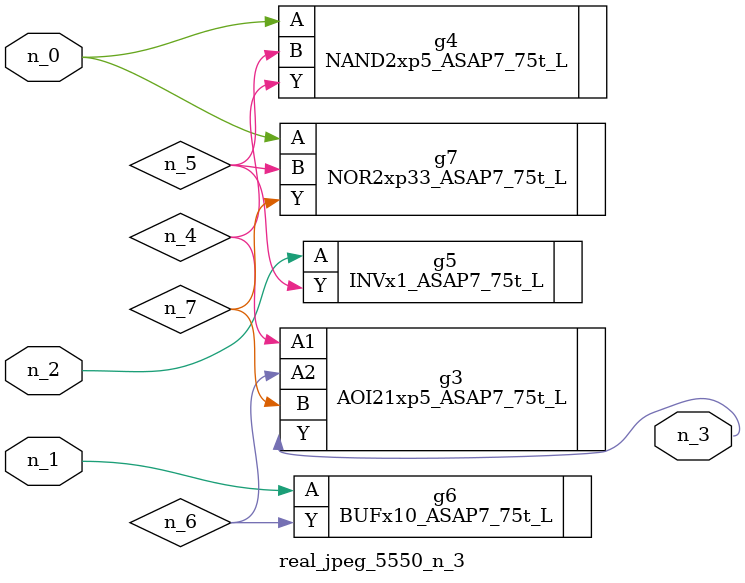
<source format=v>
module real_jpeg_5550_n_3 (n_1, n_0, n_2, n_3);

input n_1;
input n_0;
input n_2;

output n_3;

wire n_5;
wire n_4;
wire n_6;
wire n_7;

NAND2xp5_ASAP7_75t_L g4 ( 
.A(n_0),
.B(n_5),
.Y(n_4)
);

NOR2xp33_ASAP7_75t_L g7 ( 
.A(n_0),
.B(n_5),
.Y(n_7)
);

BUFx10_ASAP7_75t_L g6 ( 
.A(n_1),
.Y(n_6)
);

INVx1_ASAP7_75t_L g5 ( 
.A(n_2),
.Y(n_5)
);

AOI21xp5_ASAP7_75t_L g3 ( 
.A1(n_4),
.A2(n_6),
.B(n_7),
.Y(n_3)
);


endmodule
</source>
